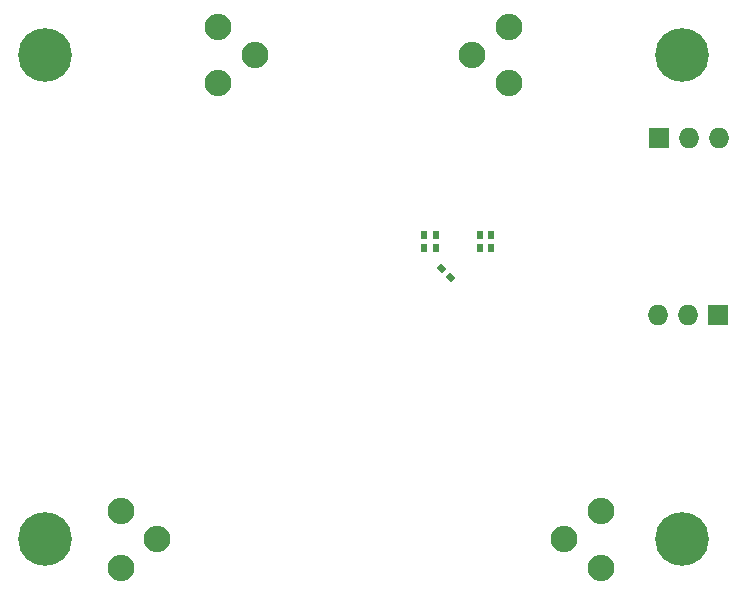
<source format=gbs>
G04 #@! TF.FileFunction,Soldermask,Bot*
%FSLAX46Y46*%
G04 Gerber Fmt 4.6, Leading zero omitted, Abs format (unit mm)*
G04 Created by KiCad (PCBNEW 4.0.7) date 08/22/18 22:13:16*
%MOMM*%
%LPD*%
G01*
G04 APERTURE LIST*
%ADD10C,0.100000*%
%ADD11O,2.250800X2.250800*%
%ADD12R,0.550800X0.650800*%
%ADD13C,4.550800*%
%ADD14R,1.750800X1.750800*%
%ADD15O,1.750800X1.750800*%
G04 APERTURE END LIST*
D10*
D11*
X94550000Y-120000000D03*
X128950000Y-120000000D03*
X132075000Y-117625000D03*
X132075000Y-122375000D03*
X91425000Y-122375000D03*
X91425000Y-117625000D03*
D10*
G36*
X119813739Y-97849264D02*
X119424264Y-98238739D01*
X118964079Y-97778554D01*
X119353554Y-97389079D01*
X119813739Y-97849264D01*
X119813739Y-97849264D01*
G37*
G36*
X119035921Y-97071446D02*
X118646446Y-97460921D01*
X118186261Y-97000736D01*
X118575736Y-96611261D01*
X119035921Y-97071446D01*
X119035921Y-97071446D01*
G37*
D12*
X122800000Y-94250000D03*
X122800000Y-95350000D03*
X121900000Y-94250000D03*
X121900000Y-95350000D03*
X118100000Y-94200000D03*
X118100000Y-95300000D03*
X117150000Y-94200000D03*
X117150000Y-95300000D03*
D11*
X121200000Y-79000000D03*
X102800000Y-79000000D03*
X99675000Y-81375000D03*
X99675000Y-76625000D03*
X124325000Y-76625000D03*
X124325000Y-81375000D03*
D13*
X85000000Y-120000000D03*
X85000000Y-79000000D03*
X139000000Y-79000000D03*
X139000000Y-120000000D03*
D14*
X137000000Y-86000000D03*
D15*
X139540000Y-86000000D03*
X142080000Y-86000000D03*
D14*
X142000000Y-101000000D03*
D15*
X139460000Y-101000000D03*
X136920000Y-101000000D03*
M02*

</source>
